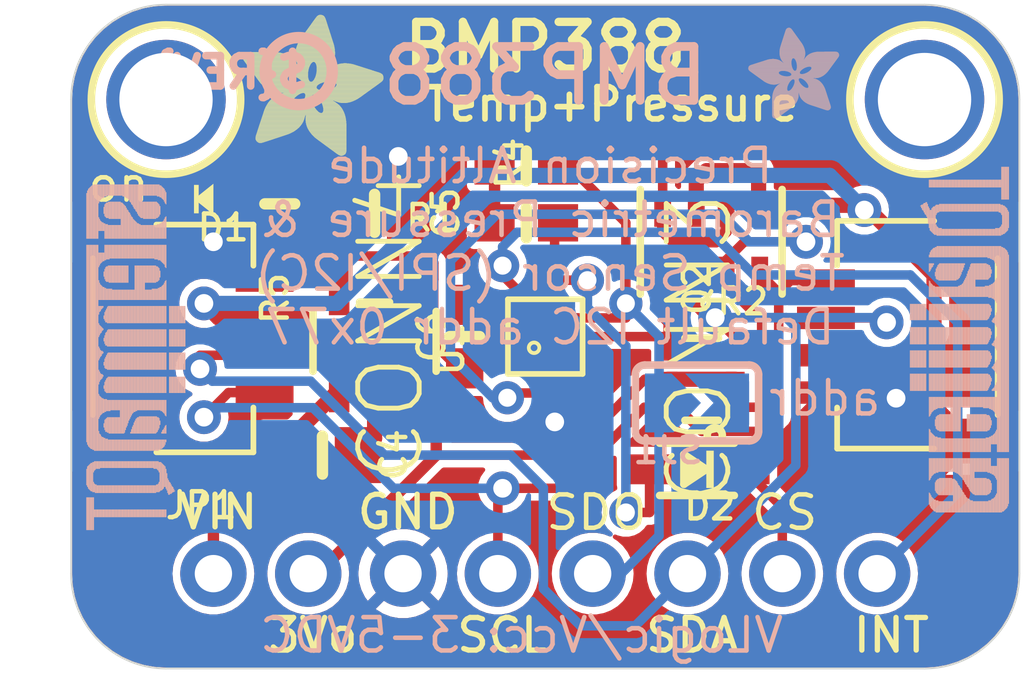
<source format=kicad_pcb>
(kicad_pcb (version 20221018) (generator pcbnew)
  (layers (0 "F.Cu" signal) (31 "B.Cu" signal) (34 "B.Paste" user) (35 "F.Paste" user) (36 "B.SilkS" user "B.Silkscreen") (37 "F.SilkS" user "F.Silkscreen") (38 "B.Mask" user) (39 "F.Mask" user) (44 "Edge.Cuts" user))
  (net 0 "")
  (net 1 "GND")
  (net 2 "SDI_3V")
  (net 3 "SCK_3V")
  (net 4 "CS_3V")
  (net 5 "3.3V")
  (net 6 "SDO/ADR")
  (net 7 "SDI/SDA")
  (net 8 "SCK/SCL")
  (net 9 "CS")
  (net 10 "INT")
  (net 11 "VCC")
  (net 12 "N$1")
  (footprint "working:0603-NO" (layer "F.Cu") (at 147.9931 101.9556 180)
    (fp_text reference "R1" (at 1.778 0.127) (layer "F.SilkS") (effects (font (size 0.692831 0.692831) (thickness 0.119969)) (justify right)))
    (fp_text value "10K")
    (pad "1" smd rect (at -0.85 0 180) (size 1.075 1) (layers "F.Cu" "F.Paste" "F.Mask") (net 4 "CS_3V"))
    (pad "2" smd rect (at 0.85 0 180) (size 1.075 1) (layers "F.Cu" "F.Paste" "F.Mask") (net 5 "3.3V"))
  )
  (footprint "working:0805-NO" (layer "F.Cu") (at 142.5321 108.1786)
    (fp_text reference "C4" (at 1.905 -0.762 90) (layer "F.SilkS") (effects (font (size 0.692831 0.692831) (thickness 0.119969)) (justify right)))
    (fp_text value "10uF")
    (pad "1" smd rect (at -0.95 0) (size 1.24 1.5) (layers "F.Cu" "F.Paste" "F.Mask") (net 11 "VCC"))
    (pad "2" smd rect (at 0.95 0) (size 1.24 1.5) (layers "F.Cu" "F.Paste" "F.Mask") (net 1 "GND"))
  )
  (footprint "working:RESPACK_4X0603" (layer "F.Cu") (at 152.9461 102.4636 180)
    (fp_text reference "R2" (at -1.6 -1.6) (layer "F.SilkS") (effects (font (size 0.692831 0.692831) (thickness 0.119969)) (justify right)))
    (fp_text value "10K")
    (pad "1" smd rect (at -1.3 0.85 180) (size 0.45 0.9) (layers "F.Cu" "F.Paste" "F.Mask") (net 11 "VCC"))
    (pad "2" smd rect (at -0.4 0.85 180) (size 0.45 0.9) (layers "F.Cu" "F.Paste" "F.Mask") (net 5 "3.3V"))
    (pad "3" smd rect (at 0.4 0.85 180) (size 0.45 0.9) (layers "F.Cu" "F.Paste" "F.Mask") (net 11 "VCC"))
    (pad "4" smd rect (at 1.3 0.85 180) (size 0.45 0.9) (layers "F.Cu" "F.Paste" "F.Mask") (net 5 "3.3V"))
    (pad "5" smd rect (at 1.3 -0.85 180) (size 0.45 0.9) (layers "F.Cu" "F.Paste" "F.Mask") (net 2 "SDI_3V"))
    (pad "6" smd rect (at 0.4 -0.85 180) (size 0.45 0.9) (layers "F.Cu" "F.Paste" "F.Mask") (net 7 "SDI/SDA"))
    (pad "7" smd rect (at -0.4 -0.85 180) (size 0.45 0.9) (layers "F.Cu" "F.Paste" "F.Mask") (net 3 "SCK_3V"))
    (pad "8" smd rect (at -1.3 -0.85 180) (size 0.45 0.9) (layers "F.Cu" "F.Paste" "F.Mask") (net 8 "SCK/SCL"))
  )
  (footprint "working:SOT363" (layer "F.Cu") (at 152.6921 106.1466 90)
    (fp_text reference "Q2" (at 1.651 -0.127 90) (layer "F.SilkS") (effects (font (size 0.692831 0.692831) (thickness 0.119969)) (justify left)))
    (fp_text value "BSS138")
    (pad "1" smd rect (at -0.75 0.9 90) (size 0.5 0.5) (layers "F.Cu" "F.Paste" "F.Mask") (net 3 "SCK_3V"))
    (pad "2" smd rect (at 0 0.9 90) (size 0.4 0.5) (layers "F.Cu" "F.Paste" "F.Mask") (net 5 "3.3V"))
    (pad "3" smd rect (at 0.75 0.9 90) (size 0.5 0.5) (layers "F.Cu" "F.Paste" "F.Mask") (net 7 "SDI/SDA"))
    (pad "4" smd rect (at 0.75 -0.9 90) (size 0.5 0.5) (layers "F.Cu" "F.Paste" "F.Mask") (net 2 "SDI_3V"))
    (pad "5" smd rect (at 0 -0.9 90) (size 0.4 0.5) (layers "F.Cu" "F.Paste" "F.Mask") (net 5 "3.3V"))
    (pad "6" smd rect (at -0.75 -0.9 90) (size 0.5 0.5) (layers "F.Cu" "F.Paste" "F.Mask") (net 8 "SCK/SCL"))
  )
  (footprint "working:0603-NO" (layer "F.Cu") (at 141.3891 101.4476 -90)
    (fp_text reference "R5" (at 1.778 0.127 90) (layer "F.SilkS") (effects (font (size 0.692831 0.692831) (thickness 0.119969)) (justify right)))
    (fp_text value "10K")
    (pad "1" smd rect (at -0.85 0 270) (size 1.075 1) (layers "F.Cu" "F.Paste" "F.Mask") (net 5 "3.3V"))
    (pad "2" smd rect (at 0.85 0 270) (size 1.075 1) (layers "F.Cu" "F.Paste" "F.Mask") (net 12 "N$1"))
  )
  (footprint "working:ADAFRUIT_3.5MM" (layer "F.Cu") (at 140.3731 100.1776)
    (fp_text reference "U$46" hide)
    (fp_text value "" hide)
  )
  (footprint "working:0603-NO" (layer "F.Cu") (at 147.9931 100.4316 180)
    (fp_text reference "R4" (at 0.4445 0.8255 90) (layer "F.SilkS") (effects (font (size 0.692831 0.692831) (thickness 0.119969)) (justify right)))
    (fp_text value "10K")
    (pad "1" smd rect (at -0.85 0 180) (size 1.075 1) (layers "F.Cu" "F.Paste" "F.Mask") (net 6 "SDO/ADR"))
    (pad "2" smd rect (at 0.85 0 180) (size 1.075 1) (layers "F.Cu" "F.Paste" "F.Mask") (net 5 "3.3V"))
  )
  (footprint "working:MOUNTINGHOLE_2.5_PLATED" (layer "F.Cu") (at 138.3411 98.6536)
    (fp_text reference "U$40" hide)
    (fp_text value "MOUNTINGHOLE2.5" hide)
    (pad "P$1" thru_hole circle (at 0 0) (size 3.2 3.2) (drill 2.5) (layers "*.Cu" "*.Mask"))
    (zone (net 0) (net_name "") (layer "F.Cu") (connect_pads (clearance 0)) (min_thickness 0.25)
      (keepout (tracks not_allowed) (vias not_allowed) (pads not_allowed) (copperpour not_allowed) (footprints allowed))
      (fill (thermal_gap 0.5) (thermal_bridge_width 0.5))
      (polygon (pts (xy 140.3571 98.6536) (xy 140.33748 98.373027) (xy 140.279004 98.097915) (xy 140.182808 97.833619) (xy 140.050765 97.585283) (xy 139.885446 97.35774) (xy 139.690067 97.15542) (xy 139.468433 96.98226) (xy 139.224856 96.841631) (xy 138.964078 96.73627) (xy 138.691175 96.668228) (xy 138.411457 96.638828) (xy 138.130371 96.648644) (xy 137.853385 96.697484) (xy 137.585893 96.784397) (xy 137.3331 96.907693) (xy 137.099926 97.06497) (xy 136.890911 97.253169) (xy 136.710122 97.468625) (xy 136.561078 97.707145) (xy 136.44668 97.964087) (xy 136.369154 98.23445) (xy 136.330011 98.512971) (xy 136.330011 98.794229) (xy 136.369154 99.07275) (xy 136.44668 99.343113) (xy 136.561078 99.600055) (xy 136.710122 99.838575) (xy 136.890911 100.054031) (xy 137.099926 100.24223) (xy 137.3331 100.399507) (xy 137.585893 100.522803) (xy 137.853385 100.609716) (xy 138.130371 100.658556) (xy 138.411457 100.668372) (xy 138.691175 100.638972) (xy 138.964078 100.57093) (xy 139.224856 100.465569) (xy 139.468433 100.32494) (xy 139.690067 100.15178) (xy 139.885446 99.94946) (xy 140.050765 99.721917) (xy 140.182808 99.473581) (xy 140.279004 99.209285) (xy 140.33748 98.934173)))
      (polygon (pts (xy 138.3251 98.6536) (xy 138.329786 98.664914) (xy 138.3411 98.6696) (xy 138.352414 98.664914) (xy 138.3571 98.6536) (xy 138.352414 98.642286) (xy 138.3411 98.6376) (xy 138.329786 98.642286)))
    )
    (zone (net 0) (net_name "") (layer "B.Cu") (connect_pads (clearance 0)) (min_thickness 0.25)
      (keepout (tracks not_allowed) (vias not_allowed) (pads not_allowed) (copperpour not_allowed) (footprints allowed))
      (fill (thermal_gap 0.5) (thermal_bridge_width 0.5))
      (polygon (pts (xy 140.3571 98.6536) (xy 140.33748 98.373027) (xy 140.279004 98.097915) (xy 140.182808 97.833619) (xy 140.050765 97.585283) (xy 139.885446 97.35774) (xy 139.690067 97.15542) (xy 139.468433 96.98226) (xy 139.224856 96.841631) (xy 138.964078 96.73627) (xy 138.691175 96.668228) (xy 138.411457 96.638828) (xy 138.130371 96.648644) (xy 137.853385 96.697484) (xy 137.585893 96.784397) (xy 137.3331 96.907693) (xy 137.099926 97.06497) (xy 136.890911 97.253169) (xy 136.710122 97.468625) (xy 136.561078 97.707145) (xy 136.44668 97.964087) (xy 136.369154 98.23445) (xy 136.330011 98.512971) (xy 136.330011 98.794229) (xy 136.369154 99.07275) (xy 136.44668 99.343113) (xy 136.561078 99.600055) (xy 136.710122 99.838575) (xy 136.890911 100.054031) (xy 137.099926 100.24223) (xy 137.3331 100.399507) (xy 137.585893 100.522803) (xy 137.853385 100.609716) (xy 138.130371 100.658556) (xy 138.411457 100.668372) (xy 138.691175 100.638972) (xy 138.964078 100.57093) (xy 139.224856 100.465569) (xy 139.468433 100.32494) (xy 139.690067 100.15178) (xy 139.885446 99.94946) (xy 140.050765 99.721917) (xy 140.182808 99.473581) (xy 140.279004 99.209285) (xy 140.33748 98.934173)))
      (polygon (pts (xy 138.3251 98.6536) (xy 138.329786 98.664914) (xy 138.3411 98.6696) (xy 138.352414 98.664914) (xy 138.3571 98.6536) (xy 138.352414 98.642286) (xy 138.3411 98.6376) (xy 138.329786 98.642286)))
    )
  )
  (footprint "working:FIDUCIAL_1MM" (layer "F.Cu") (at 155.3591 97.3836)
    (fp_text reference "FID4" hide)
    (fp_text value "FIDUCIAL_1MM" hide)
    (pad "1" smd roundrect (at 0 0) (size 1 1) (layers "F.Cu" "F.Mask") (roundrect_rratio 0.5))
  )
  (footprint "working:CHIPLED_0603_NOOUTLINE" (layer "F.Cu") (at 139.3571 101.3206 90)
    (fp_text reference "D1" (at -0.762 1.27) (layer "F.SilkS") (effects (font (size 0.692831 0.692831) (thickness 0.119969)) (justify right)))
    (fp_text value "GREEN")
    (pad "A" smd rect (at 0 0.75 90) (size 0.8 0.8) (layers "F.Cu" "F.Paste" "F.Mask") (net 12 "N$1"))
    (pad "C" smd rect (at 0 -0.75 90) (size 0.8 0.8) (layers "F.Cu" "F.Paste" "F.Mask") (net 1 "GND"))
  )
  (footprint "working:MOUNTINGHOLE_2.5_PLATED" (layer "F.Cu") (at 158.6611 98.6536)
    (fp_text reference "U$41" hide)
    (fp_text value "MOUNTINGHOLE2.5" hide)
    (pad "P$1" thru_hole circle (at 0 0) (size 3.2 3.2) (drill 2.5) (layers "*.Cu" "*.Mask"))
    (zone (net 0) (net_name "") (layer "F.Cu") (connect_pads (clearance 0)) (min_thickness 0.25)
      (keepout (tracks not_allowed) (vias not_allowed) (pads not_allowed) (copperpour not_allowed) (footprints allowed))
      (fill (thermal_gap 0.5) (thermal_bridge_width 0.5))
      (polygon (pts (xy 160.6771 98.6536) (xy 160.65748 98.373027) (xy 160.599004 98.097915) (xy 160.502808 97.833619) (xy 160.370765 97.585283) (xy 160.205446 97.35774) (xy 160.010067 97.15542) (xy 159.788433 96.98226) (xy 159.544856 96.841631) (xy 159.284078 96.73627) (xy 159.011175 96.668228) (xy 158.731457 96.638828) (xy 158.450371 96.648644) (xy 158.173385 96.697484) (xy 157.905893 96.784397) (xy 157.6531 96.907693) (xy 157.419926 97.06497) (xy 157.210911 97.253169) (xy 157.030122 97.468625) (xy 156.881078 97.707145) (xy 156.76668 97.964087) (xy 156.689154 98.23445) (xy 156.650011 98.512971) (xy 156.650011 98.794229) (xy 156.689154 99.07275) (xy 156.76668 99.343113) (xy 156.881078 99.600055) (xy 157.030122 99.838575) (xy 157.210911 100.054031) (xy 157.419926 100.24223) (xy 157.6531 100.399507) (xy 157.905893 100.522803) (xy 158.173385 100.609716) (xy 158.450371 100.658556) (xy 158.731457 100.668372) (xy 159.011175 100.638972) (xy 159.284078 100.57093) (xy 159.544856 100.465569) (xy 159.788433 100.32494) (xy 160.010067 100.15178) (xy 160.205446 99.94946) (xy 160.370765 99.721917) (xy 160.502808 99.473581) (xy 160.599004 99.209285) (xy 160.65748 98.934173)))
      (polygon (pts (xy 158.6451 98.6536) (xy 158.649786 98.664914) (xy 158.6611 98.6696) (xy 158.672414 98.664914) (xy 158.6771 98.6536) (xy 158.672414 98.642286) (xy 158.6611 98.6376) (xy 158.649786 98.642286)))
    )
    (zone (net 0) (net_name "") (layer "B.Cu") (connect_pads (clearance 0)) (min_thickness 0.25)
      (keepout (tracks not_allowed) (vias not_allowed) (pads not_allowed) (copperpour not_allowed) (footprints allowed))
      (fill (thermal_gap 0.5) (thermal_bridge_width 0.5))
      (polygon (pts (xy 160.6771 98.6536) (xy 160.65748 98.373027) (xy 160.599004 98.097915) (xy 160.502808 97.833619) (xy 160.370765 97.585283) (xy 160.205446 97.35774) (xy 160.010067 97.15542) (xy 159.788433 96.98226) (xy 159.544856 96.841631) (xy 159.284078 96.73627) (xy 159.011175 96.668228) (xy 158.731457 96.638828) (xy 158.450371 96.648644) (xy 158.173385 96.697484) (xy 157.905893 96.784397) (xy 157.6531 96.907693) (xy 157.419926 97.06497) (xy 157.210911 97.253169) (xy 157.030122 97.468625) (xy 156.881078 97.707145) (xy 156.76668 97.964087) (xy 156.689154 98.23445) (xy 156.650011 98.512971) (xy 156.650011 98.794229) (xy 156.689154 99.07275) (xy 156.76668 99.343113) (xy 156.881078 99.600055) (xy 157.030122 99.838575) (xy 157.210911 100.054031) (xy 157.419926 100.24223) (xy 157.6531 100.399507) (xy 157.905893 100.522803) (xy 158.173385 100.609716) (xy 158.450371 100.658556) (xy 158.731457 100.668372) (xy 159.011175 100.638972) (xy 159.284078 100.57093) (xy 159.544856 100.465569) (xy 159.788433 100.32494) (xy 160.010067 100.15178) (xy 160.205446 99.94946) (xy 160.370765 99.721917) (xy 160.502808 99.473581) (xy 160.599004 99.209285) (xy 160.65748 98.934173)))
      (polygon (pts (xy 158.6451 98.6536) (xy 158.649786 98.664914) (xy 158.6611 98.6696) (xy 158.672414 98.664914) (xy 158.6771 98.6536) (xy 158.672414 98.642286) (xy 158.6611 98.6376) (xy 158.649786 98.642286)))
    )
  )
  (footprint "working:1X08_ROUND_70" (layer "F.Cu") (at 148.5011 111.3536)
    (fp_text reference "JP1" (at -10.2362 -1.8288) (layer "F.SilkS") (effects (font (size 0.692831 0.692831) (thickness 0.119969)) (justify left)))
    (fp_text value "")
    (pad "1" thru_hole circle (at -8.89 0 90) (size 1.778 1.778) (drill 1) (layers "*.Cu" "*.Mask") (net 11 "VCC"))
    (pad "2" thru_hole circle (at -6.35 0 90) (size 1.778 1.778) (drill 1) (layers "*.Cu" "*.Mask") (net 5 "3.3V"))
    (pad "3" thru_hole circle (at -3.81 0 90) (size 1.778 1.778) (drill 1) (layers "*.Cu" "*.Mask") (net 1 "GND"))
    (pad "4" thru_hole circle (at -1.27 0 90) (size 1.778 1.778) (drill 1) (layers "*.Cu" "*.Mask") (net 8 "SCK/SCL"))
    (pad "5" thru_hole circle (at 1.27 0 90) (size 1.778 1.778) (drill 1) (layers "*.Cu" "*.Mask") (net 6 "SDO/ADR"))
    (pad "6" thru_hole circle (at 3.81 0 90) (size 1.778 1.778) (drill 1) (layers "*.Cu" "*.Mask") (net 7 "SDI/SDA"))
    (pad "7" thru_hole circle (at 6.35 0 90) (size 1.778 1.778) (drill 1) (layers "*.Cu" "*.Mask") (net 9 "CS"))
    (pad "8" thru_hole circle (at 8.89 0 90) (size 1.778 1.778) (drill 1) (layers "*.Cu" "*.Mask") (net 10 "INT"))
  )
  (footprint "working:BMP388" (layer "F.Cu") (at 148.5011 105.0036 180)
    (fp_text reference "IC1" hide)
    (fp_text value "BMP388" hide)
    (pad "1" smd rect (at 0.25 -0.75) (size 0.25 0.275) (layers "F.Cu" "F.Paste" "F.Mask") (net 5 "3.3V"))
    (pad "2" smd rect (at -0.25 -0.75) (size 0.25 0.275) (layers "F.Cu" "F.Paste" "F.Mask") (net 3 "SCK_3V"))
    (pad "3" smd rect (at -0.7625 -0.5 270) (size 0.25 0.275) (layers "F.Cu" "F.Paste" "F.Mask") (net 1 "GND"))
    (pad "4" smd rect (at -0.7625 0 270) (size 0.25 0.275) (layers "F.Cu" "F.Paste" "F.Mask") (net 2 "SDI_3V"))
    (pad "5" smd rect (at -0.7625 0.5 270) (size 0.25 0.275) (layers "F.Cu" "F.Paste" "F.Mask") (net 6 "SDO/ADR"))
    (pad "6" smd rect (at -0.25 0.75) (size 0.25 0.275) (layers "F.Cu" "F.Paste" "F.Mask") (net 4 "CS_3V"))
    (pad "7" smd rect (at 0.25 0.75) (size 0.25 0.275) (layers "F.Cu" "F.Paste" "F.Mask") (net 10 "INT"))
    (pad "8" smd rect (at 0.7625 0.5 270) (size 0.25 0.275) (layers "F.Cu" "F.Paste" "F.Mask") (net 1 "GND"))
    (pad "9" smd rect (at 0.7625 0 270) (size 0.25 0.275) (layers "F.Cu" "F.Paste" "F.Mask") (net 1 "GND"))
    (pad "10" smd rect (at 0.7625 -0.5 270) (size 0.25 0.275) (layers "F.Cu" "F.Paste" "F.Mask") (net 5 "3.3V"))
  )
  (footprint "working:0805-NO" (layer "F.Cu") (at 143.9291 101.7016)
    (fp_text reference "C5" (at 1.905 -0.762 90) (layer "F.SilkS") (effects (font (size 0.692831 0.692831) (thickness 0.119969)) (justify right)))
    (fp_text value "10uF")
    (pad "1" smd rect (at -0.95 0) (size 1.24 1.5) (layers "F.Cu" "F.Paste" "F.Mask") (net 5 "3.3V"))
    (pad "2" smd rect (at 0.95 0) (size 1.24 1.5) (layers "F.Cu" "F.Paste" "F.Mask") (net 1 "GND"))
  )
  (footprint "working:0603-NO" (layer "F.Cu") (at 146.3421 105.0036 90)
    (fp_text reference "C6" (at -0.762 -0.889 90) (layer "F.SilkS") (effects (font (size 0.692831 0.692831) (thickness 0.119969)) (justify left)))
    (fp_text value "0.1uF")
    (pad "1" smd rect (at -0.85 0 90) (size 1.075 1) (layers "F.Cu" "F.Paste" "F.Mask") (net 5 "3.3V"))
    (pad "2" smd rect (at 0.85 0 90) (size 1.075 1) (layers "F.Cu" "F.Paste" "F.Mask") (net 1 "GND"))
  )
  (footprint "working:FIDUCIAL_1MM" (layer "F.Cu") (at 137.0711 109.8296)
    (fp_text reference "FID3" hide)
    (fp_text value "FIDUCIAL_1MM" hide)
    (pad "1" smd roundrect (at 0 0) (size 1 1) (layers "F.Cu" "F.Mask") (roundrect_rratio 0.5))
  )
  (footprint "working:JST_SH4" (layer "F.Cu") (at 158.5341 105.0036 90)
    (fp_text reference "CONN3" (at -4.6 -5.9 90) (layer "F.SilkS") (effects (font (size 1.647139 1.647139) (thickness 0.130861)) (justify left)))
    (fp_text value "STEMMA_I2C_QT" hide)
    (pad "1" smd rect (at -1.5 -2.514 180) (size 1.55 0.6) (layers "F.Cu" "F.Paste" "F.Mask") (net 1 "GND"))
    (pad "2" smd rect (at -0.5 -2.514 180) (size 1.55 0.6) (layers "F.Cu" "F.Paste" "F.Mask") (net 11 "VCC"))
    (pad "3" smd rect (at 0.5 -2.514 180) (size 1.55 0.6) (layers "F.Cu" "F.Paste" "F.Mask") (net 7 "SDI/SDA"))
    (pad "4" smd rect (at 1.5 -2.514 180) (size 1.55 0.6) (layers "F.Cu" "F.Paste" "F.Mask") (net 8 "SCK/SCL"))
    (pad "MT1" smd rect (at -2.8 1.386 180) (size 1.8 1.2) (layers "F.Cu" "F.Paste" "F.Mask") (net 1 "GND"))
    (pad "MT2" smd rect (at 2.8 1.386 180) (size 1.8 1.2) (layers "F.Cu" "F.Paste" "F.Mask") (net 1 "GND"))
  )
  (footprint "working:JST_SH4" (layer "F.Cu") (at 138.4681 105.0036 -90)
    (fp_text reference "CONN4" (at -4.6 -5.9 90) (layer "F.SilkS") (effects (font (size 1.647139 1.647139) (thickness 0.130861)) (justify right)))
    (fp_text value "STEMMA_I2C_QT" hide)
    (pad "1" smd rect (at -1.5 -2.514) (size 1.55 0.6) (layers "F.Cu" "F.Paste" "F.Mask") (net 1 "GND"))
    (pad "2" smd rect (at -0.5 -2.514) (size 1.55 0.6) (layers "F.Cu" "F.Paste" "F.Mask") (net 11 "VCC"))
    (pad "3" smd rect (at 0.5 -2.514) (size 1.55 0.6) (layers "F.Cu" "F.Paste" "F.Mask") (net 7 "SDI/SDA"))
    (pad "4" smd rect (at 1.5 -2.514) (size 1.55 0.6) (layers "F.Cu" "F.Paste" "F.Mask") (net 8 "SCK/SCL"))
    (pad "MT1" smd rect (at -2.8 1.386) (size 1.8 1.2) (layers "F.Cu" "F.Paste" "F.Mask") (net 1 "GND"))
    (pad "MT2" smd rect (at 2.8 1.386) (size 1.8 1.2) (layers "F.Cu" "F.Paste" "F.Mask") (net 1 "GND"))
  )
  (footprint "working:SOT23-5" (layer "F.Cu") (at 143.9291 105.1306)
    (fp_text reference "U1" (at 2.032 -0.562 90) (layer "F.SilkS") (effects (font (size 0.692831 0.692831) (thickness 0.119969)) (justify right)))
    (fp_text value "AP2112K-3.3")
    (pad "1" smd rect (at -0.95 1.3001) (size 0.55 1.2) (layers "F.Cu" "F.Paste" "F.Mask") (net 11 "VCC"))
    (pad "2" smd rect (at 0 1.3001) (size 0.55 1.2) (layers "F.Cu" "F.Paste" "F.Mask") (net 1 "GND"))
    (pad "3" smd rect (at 0.95 1.3001) (size 0.55 1.2) (layers "F.Cu" "F.Paste" "F.Mask") (net 11 "VCC"))
    (pad "4" smd rect (at 0.95 -1.3001) (size 0.55 1.2) (layers "F.Cu" "F.Paste" "F.Mask"))
    (pad "5" smd rect (at -0.95 -1.3001) (size 0.55 1.2) (layers "F.Cu" "F.Paste" "F.Mask") (net 5 "3.3V"))
  )
  (footprint "working:SOD-323" (layer "F.Cu") (at 152.5651 108.5596 180)
    (fp_text reference "D2" (at -1.1 -1) (layer "F.SilkS") (effects (font (size 0.692831 0.692831) (thickness 0.119969)) (justify right)))
    (fp_text value "1N4148")
    (pad "A" smd rect (at 1.27 0 180) (size 1.35 0.8) (layers "F.Cu" "F.Paste" "F.Mask") (net 4 "CS_3V"))
    (pad "C" smd rect (at -1.27 0 180) (size 1.35 0.8) (layers "F.Cu" "F.Paste" "F.Mask") (net 9 "CS"))
  )
  (footprint "working:ADAFRUIT_2.5MM" (layer "B.Cu") (at 156.3751 99.1616 180)
    (fp_text reference "U$2" hide)
    (fp_text value "" hide)
  )
  (footprint "working:STEMMAQT" (layer "B.Cu") (at 158.2801 109.7026 90)
    (fp_text reference "U$48" hide)
    (fp_text value "" hide)
  )
  (footprint "working:PCBFEAT-REV-040" (layer "B.Cu") (at 141.8971 97.8916 180)
    (fp_text reference "U$47" hide)
    (fp_text value "" hide)
    (fp_text user "${REV}" (at -0.3556 -0.508) (layer "B.SilkS") (effects (font (size 0.8128 0.8128) (thickness 0.2032)) (justify left bottom mirror)))
  )
  (footprint "working:SOLDERJUMPER_ARROW_NOPASTE" (layer "B.Cu") (at 152.5651 106.7816)
    (fp_text reference "SJ1" (at -1.778 1.27) (layer "B.SilkS") (effects (font (size 0.692831 0.692831) (thickness 0.119969)) (justify right mirror)))
    (fp_text value "")
    (fp_poly (pts (xy 0.106121 -0.002663) (xy -0.679416 -0.7882) (xy -1.3946 -0.7882) (xy -1.3946 0.7882) (xy -0.62715 0.7882)) (fill solid) (layer "B.Cu"))
    (fp_poly (pts (xy 1.3946 -0.7882) (xy -0.315893 -0.7882) (xy 0.443148 0) (xy -0.315893 0.7882) (xy 1.3946 0.7882)) (fill solid) (layer "B.Cu"))
    (pad "1" smd roundrect (at -1.016 0) (size 0.762 1.524) (layers "B.Cu") (net 6 "SDO/ADR"))
    (pad "2" smd roundrect (at 1.016 0) (size 0.762 1.524) (layers "B.Cu") (net 1 "GND"))
  )
  (footprint "working:STEMMAQT" (layer "B.Cu") (at 138.8491 100.9396 -90)
    (fp_text reference "U$49" hide)
    (fp_text value "" hide)
  )
  (gr_arc (start 161.2011 111.3536) (mid 160.457151 113.149651) (end 158.6611 113.8936) (stroke (width 0.05)) (layer "Edge.Cuts"))
  (gr_arc (start 135.8011 98.6536) (mid 136.545049 96.857549) (end 138.3411 96.1136) (stroke (width 0.05)) (layer "Edge.Cuts"))
  (gr_line (start 158.6611 96.1136) (end 138.3411 96.1136) (stroke (width 0.05)) (layer "Edge.Cuts"))
  (gr_arc (start 138.3411 113.8936) (mid 136.545049 113.149651) (end 135.8011 111.3536) (stroke (width 0.05)) (layer "Edge.Cuts"))
  (gr_line (start 161.2011 111.3536) (end 161.2011 98.6536) (stroke (width 0.05)) (layer "Edge.Cuts"))
  (gr_arc (start 158.6611 96.1136) (mid 160.457151 96.857549) (end 161.2011 98.6536) (stroke (width 0.05)) (layer "Edge.Cuts"))
  (gr_line (start 135.8011 98.6536) (end 135.8011 111.3536) (stroke (width 0.05)) (layer "Edge.Cuts"))
  (gr_line (start 138.3411 113.8936) (end 158.6611 113.8936) (stroke (width 0.05)) (layer "Edge.Cuts"))
  (gr_text "BMP388" (at 148.5011 98.0186) (layer "B.SilkS") (effects (font (size 1.441704 1.441704) (thickness 0.234696)) (justify mirror)))
  (gr_text "addr" (at 155.9941 106.6546) (layer "B.SilkS") (effects (font (size 0.89408 0.89408) (thickness 0.12192)) (justify mirror)))
  (gr_text "VLogic/Vcc: 3-5VDC" (at 147.8661 113.0046) (layer "B.SilkS") (effects (font (size 0.89408 0.89408) (thickness 0.12192)) (justify mirror)))
  (gr_text "Precision Altitude\nBarometric Pressure &\nTemp Sensor (SPI/I2C)\nDefault I2C addr 0x77" (at 148.6281 102.5906) (layer "B.SilkS") (effects (font (size 0.89408 0.89408) (thickness 0.12192)) (justify mirror)))
  (gr_text "SCL" (at 147.3581 113.0046) (layer "F.SilkS") (effects (font (size 0.87376 0.87376) (thickness 0.14224))))
  (gr_text "3Vo" (at 142.2781 113.0046) (layer "F.SilkS") (effects (font (size 0.87376 0.87376) (thickness 0.14224))))
  (gr_text "INT" (at 157.7721 113.0046) (layer "F.SilkS") (effects (font (size 0.87376 0.87376) (thickness 0.14224))))
  (gr_text "Temp+Pressure" (at 150.2791 98.7806) (layer "F.SilkS") (effects (font (size 0.8636 0.8636) (thickness 0.1524))))
  (gr_text "SDO" (at 151.2951 109.1946) (layer "F.SilkS") (effects (font (size 0.89408 0.89408) (thickness 0.12192)) (justify right top)))
  (gr_text "CS" (at 155.8671 109.1946) (layer "F.SilkS") (effects (font (size 0.89408 0.89408) (thickness 0.12192)) (justify right top)))
  (gr_text "VIN" (at 139.7381 109.7026) (layer "F.SilkS") (effects (font (size 0.87376 0.87376) (thickness 0.14224))))
  (gr_text "on" (at 136.1821 101.4476) (layer "F.SilkS") (effects (font (size 0.89408 0.89408) (thickness 0.12192)) (justify left bottom)))
  (gr_text "GND" (at 144.8181 109.7026) (layer "F.SilkS") (effects (font (size 0.87376 0.87376) (thickness 0.14224))))
  (gr_text "BMP388" (at 148.5011 97.2566) (layer "F.SilkS") (effects (font (size 1.25222 1.25222) (thickness 0.22098))))
  (gr_text "SDA" (at 152.4381 113.0046) (layer "F.SilkS") (effects (font (size 0.87376 0.87376) (thickness 0.14224))))
  (segment (start 143.4821 108.1786) (end 143.9291 107.7316) (width 0.4064) (layer "F.Cu") (net 1))
  (segment (start 147.7386 104.5036) (end 146.6921 104.5036) (width 0.254) (layer "F.Cu") (net 1))
  (segment (start 146.6921 104.5036) (end 146.3421 104.1536) (width 0.254) (layer "F.Cu") (net 1))
  (segment (start 140.6511 103.5036) (end 139.6111 102.4636) (width 0.4064) (layer "F.Cu") (net 1))
  (segment (start 140.9821 103.5036) (end 140.6511 103.5036) (width 0.4064) (layer "F.Cu") (net 1))
  (segment (start 143.9291 106.4307) (end 143.9291 107.7316) (width 0.4064) (layer "F.Cu") (net 1))
  (segment (start 147.7386 104.5036) (end 147.7386 105.0036) (width 0.254) (layer "F.Cu") (net 1))
  (via (at 148.7551 107.2896) (size 0.9064) (drill 0.5) (layers "F.Cu" "B.Cu") (net 1))
  (via (at 139.6111 102.4636) (size 0.9064) (drill 0.5) (layers "F.Cu" "B.Cu") (net 1))
  (via (at 144.5641 100.1776) (size 0.9064) (drill 0.5) (layers "F.Cu" "B.Cu") (net 1))
  (via (at 157.8991 106.6546) (size 0.9064) (drill 0.5) (layers "F.Cu" "B.Cu") (net 1))
  (segment (start 149.2636 105.0036) (end 151.7921 105.0036) (width 0.254) (layer "F.Cu") (net 2))
  (segment (start 151.7921 104.6346) (end 151.6461 104.4886) (width 0.254) (layer "F.Cu") (net 2))
  (segment (start 151.6461 104.4886) (end 151.6461 103.3136) (width 0.254) (layer "F.Cu") (net 2))
  (segment (start 151.7921 105.3966) (end 151.7921 105.0036) (width 0.254) (layer "F.Cu") (net 2))
  (segment (start 151.7921 105.0036) (end 151.7921 104.6346) (width 0.254) (layer "F.Cu") (net 2))
  (segment (start 153.5921 106.8966) (end 154.1819 106.8966) (width 0.254) (layer "F.Cu") (net 3))
  (segment (start 148.7511 106.0076) (end 148.2438 106.5149) (width 0.254) (layer "F.Cu") (net 3))
  (segment (start 153.3461 103.6256) (end 154.2969 104.5764) (width 0.254) (layer "F.Cu") (net 3))
  (segment (start 153.3461 102.9526) (end 153.8351 102.4636) (width 0.254) (layer "F.Cu") (net 3))
  (segment (start 153.3461 103.3136) (end 153.3461 102.9526) (width 0.254) (layer "F.Cu") (net 3))
  (segment (start 147.6121 106.5149) (end 147.4851 106.6419) (width 0.254) (layer "F.Cu") (net 3))
  (segment (start 153.8351 102.4636) (end 155.4861 102.4636) (width 0.254) (layer "F.Cu") (net 3))
  (segment (start 148.2438 106.5149) (end 147.6121 106.5149) (width 0.254) (layer "F.Cu") (net 3))
  (segment (start 154.2969 104.5764) (end 154.2969 106.7816) (width 0.254) (layer "F.Cu") (net 3))
  (segment (start 148.7511 105.7536) (end 148.7511 106.0076) (width 0.254) (layer "F.Cu") (net 3))
  (segment (start 153.3461 103.3136) (end 153.3461 103.6256) (width 0.254) (layer "F.Cu") (net 3))
  (segment (start 154.2969 106.7816) (end 154.1819 106.8966) (width 0.254) (layer "F.Cu") (net 3))
  (via (at 155.4861 102.4636) (size 0.9064) (drill 0.5) (layers "F.Cu" "B.Cu") (net 3))
  (via (at 147.4851 106.6419) (size 0.889) (drill 0.4826) (layers "F.Cu" "B.Cu") (net 3))
  (segment (start 147.2057 101.727) (end 153.2255 101.727) (width 0.254) (layer "B.Cu") (net 3))
  (segment (start 147.0914 106.6419) (end 145.9611 105.5116) (width 0.254) (layer "B.Cu") (net 3))
  (segment (start 147.4851 106.6419) (end 147.0914 106.6419) (width 0.254) (layer "B.Cu") (net 3))
  (segment (start 153.9621 102.4636) (end 153.2255 101.727) (width 0.254) (layer "B.Cu") (net 3))
  (segment (start 145.9611 102.9716) (end 147.2057 101.727) (width 0.254) (layer "B.Cu") (net 3))
  (segment (start 145.9611 105.5116) (end 145.9611 102.9716) (width 0.254) (layer "B.Cu") (net 3))
  (segment (start 153.9621 102.4636) (end 155.4861 102.4636) (width 0.254) (layer "B.Cu") (net 3))
  (segment (start 148.7511 103.4836) (end 148.7424 103.4923) (width 0.254) (layer "F.Cu") (net 4))
  (segment (start 151.2951 108.5596) (end 151.2951 109.7153) (width 0.254) (layer "F.Cu") (net 4))
  (segment (start 148.7511 104.2536) (end 148.7511 103.501) (width 0.254) (layer "F.Cu") (net 4))
  (segment (start 150.6601 109.7153) (end 151.2951 109.7153) (width 0.254) (layer "F.Cu") (net 4))
  (segment (start 148.8431 101.9556) (end 148.7511 102.0476) (width 0.254) (layer "F.Cu") (net 4))
  (segment (start 148.7511 103.501) (end 148.7424 103.4923) (width 0.254) (layer "F.Cu") (net 4))
  (segment (start 148.7511 102.0476) (end 148.7511 103.4836) (width 0.254) (layer "F.Cu") (net 4))
  (segment (start 148.7424 103.4923) (end 149.6314 103.4923) (width 0.254) (layer "F.Cu") (net 4))
  (via (at 150.6601 109.7153) (size 0.889) (drill 0.4826) (layers "F.Cu" "B.Cu") (net 4))
  (via (at 149.6314 103.4923) (size 0.889) (drill 0.4826) (layers "F.Cu" "B.Cu") (net 4))
  (segment (start 149.6314 103.4923) (end 149.6314 104.2289) (width 0.254) (layer "B.Cu") (net 4))
  (segment (start 150.6601 105.2576) (end 150.6601 109.7153) (width 0.254) (layer "B.Cu") (net 4))
  (segment (start 149.6314 104.2289) (end 150.6601 105.2576) (width 0.254) (layer "B.Cu") (net 4))
  (segment (start 151.9301 102.4636) (end 151.6461 102.1796) (width 0.3048) (layer "F.Cu") (net 5))
  (segment (start 145.5801 106.4006) (end 145.5801 108.1786) (width 0.3048) (layer "F.Cu") (net 5))
  (segment (start 142.9791 102.8446) (end 142.9791 103.8305) (width 0.3048) (layer "F.Cu") (net 5))
  (segment (start 147.8621 105.7536) (end 147.6121 105.5036) (width 0.254) (layer "F.Cu") (net 5))
  (segment (start 146.1271 105.8536) (end 145.5801 106.4006) (width 0.3048) (layer "F.Cu") (net 5))
  (segment (start 151.7921 106.1466) (end 153.5921 106.1466) (width 0.4064) (layer "F.Cu") (net 5))
  (segment (start 153.3461 101.6136) (end 153.3461 102.1906) (width 0.3048) (layer "F.Cu") (net 5))
  (segment (start 151.6461 101.6136) (end 151.6461 100.0206) (width 0.254) (layer "F.Cu") (net 5))
  (segment (start 146.3421 105.8536) (end 146.1761 105.8536) (width 0.254) (layer "F.Cu") (net 5))
  (segment (start 145.5119 105.1894) (end 145.5119 103.479325) (width 0.254) (layer "F.Cu") (net 5))
  (segment (start 149.1361 108.1786) (end 145.5801 108.1786) (width 0.254) (layer "F.Cu") (net 5))
  (segment (start 147.7386 105.5036) (end 147.6121 105.5036) (width 0.254) (layer "F.Cu") (net 5))
  (segment (start 144.4371 98.9076) (end 147.1431 98.9076) (width 0.3048) (layer "F.Cu") (net 5))
  (segment (start 142.9791 102.8446) (end 145.3261 102.8446) (width 0.254) (layer "F.Cu") (net 5))
  (segment (start 145.5801 108.1786) (end 142.4051 111.3536) (width 0.3048) (layer "F.Cu") (net 5))
  (segment (start 148.2511 105.7536) (end 147.8621 105.7536) (width 0.254) (layer "F.Cu") (net 5))
  (segment (start 151.6461 100.0206) (end 150.5331 98.9076) (width 0.254) (layer "F.Cu") (net 5))
  (segment (start 142.9791 100.3656) (end 144.4371 98.9076) (width 0.3048) (layer "F.Cu") (net 5))
  (segment (start 146.6921 105.5036) (end 146.3421 105.8536) (width 0.254) (layer "F.Cu") (net 5))
  (segment (start 142.9791 101.7016) (end 142.9791 102.8446) (width 0.3048) (layer "F.Cu") (net 5))
  (segment (start 145.5166 103.0351) (end 145.3261 102.8446) (width 0.254) (layer "F.Cu") (net 5))
  (segment (start 153.0731 102.4636) (end 151.9301 102.4636) (width 0.3048) (layer "F.Cu") (net 5))
  (segment (start 142.4931 101.7016) (end 142.9791 101.7016) (width 0.3048) (layer "F.Cu") (net 5))
  (segment (start 147.1431 98.9076) (end 147.1431 100.4316) (width 0.3048) (layer "F.Cu") (net 5))
  (segment (start 147.1431 100.4316) (end 147.1431 101.9556) (width 0.3048) (layer "F.Cu") (net 5))
  (segment (start 151.6461 102.1796) (end 151.6461 101.6136) (width 0.3048) (layer "F.Cu") (net 5))
  (segment (start 151.1681 106.1466) (end 149.1361 108.1786) (width 0.254) (layer "F.Cu") (net 5))
  (segment (start 153.3461 102.1906) (end 153.0731 102.4636) (width 0.3048) (layer "F.Cu") (net 5))
  (segment (start 147.6121 105.5036) (end 146.6921 105.5036) (width 0.254) (layer "F.Cu") (net 5))
  (segment (start 146.1761 105.8536) (end 145.5119 105.1894) (width 0.254) (layer "F.Cu") (net 5))
  (segment (start 141.3891 100.5976) (end 142.4931 101.7016) (width 0.3048) (layer "F.Cu") (net 5))
  (segment (start 150.5331 98.9076) (end 147.1431 98.9076) (width 0.254) (layer "F.Cu") (net 5))
  (segment (start 151.7921 106.1466) (end 151.1681 106.1466) (width 0.254) (layer "F.Cu") (net 5))
  (segment (start 142.9791 101.7016) (end 142.9791 100.3656) (width 0.3048) (layer "F.Cu") (net 5))
  (segment (start 145.5119 103.479325) (end 145.5166 103.474625) (width 0.254) (layer "F.Cu") (net 5))
  (segment (start 145.5166 103.474625) (end 145.5166 103.0351) (width 0.254) (layer "F.Cu") (net 5))
  (segment (start 142.1511 111.3536) (end 142.4051 111.3536) (width 0.3048) (layer "F.Cu") (net 5))
  (segment (start 146.3421 105.8536) (end 146.1271 105.8536) (width 0.3048) (layer "F.Cu") (net 5))
  (segment (start 150.6601 101.9556) (end 149.1361 100.4316) (width 0.254) (layer "F.Cu") (net 6))
  (segment (start 149.1361 100.4316) (end 148.8431 100.4316) (width 0.254) (layer "F.Cu") (net 6))
  (segment (start 150.6601 104.1146) (end 150.6601 101.9556) (width 0.254) (layer "F.Cu") (net 6))
  (segment (start 149.2636 104.5036) (end 150.6601 104.5036) (width 0.254) (layer "F.Cu") (net 6))
  (segment (start 150.6601 104.5036) (end 150.6601 104.1146) (width 0.254) (layer "F.Cu") (net 6))
  (via (at 150.6601 104.1146) (size 0.889) (drill 0.4826) (layers "F.Cu" "B.Cu") (net 6))
  (segment (start 150.6601 104.1146) (end 151.5491 105.0036) (width 0.254) (layer "B.Cu") (net 6))
  (segment (start 151.5491 106.7816) (end 151.5491 107.2896) (width 0.2032) (layer "B.Cu") (net 6))
  (segment (start 151.5491 107.2896) (end 151.5491 110.3376) (width 0.254) (layer "B.Cu") (net 6))
  (segment (start 151.5491 105.0036) (end 151.5491 106.7816) (width 0.254) (layer "B.Cu") (net 6))
  (segment (start 151.5491 110.3376) (end 150.5331 111.3536) (width 0.254) (layer "B.Cu") (net 6))
  (segment (start 150.5331 111.3536) (end 149.7711 111.3536) (width 0.254) (layer "B.Cu") (net 6))
  (segment (start 152.8391 104.4956) (end 153.0541 104.4956) (width 0.254) (layer "F.Cu") (net 7))
  (segment (start 140.9821 105.5036) (end 139.252706 105.5036) (width 0.254) (layer "F.Cu") (net 7))
  (segment (start 156.0201 104.5036) (end 157.5261 104.5036) (width 0.254) (layer "F.Cu") (net 7))
  (segment (start 139.252706 105.5036) (end 139.252706 105.869994) (width 0.254) (layer "F.Cu") (net 7))
  (segment (start 153.5921 105.0336) (end 153.0541 104.4956) (width 0.254) (layer "F.Cu") (net 7))
  (segment (start 153.5921 105.3966) (end 153.5921 105.0336) (width 0.254) (layer "F.Cu") (net 7))
  (segment (start 157.5261 104.5036) (end 157.6451 104.6226) (width 0.254) (layer "F.Cu") (net 7))
  (segment (start 152.5461 104.2026) (end 152.8391 104.4956) (width 0.254) (layer "F.Cu") (net 7))
  (segment (start 152.5461 103.3136) (end 152.5461 104.2026) (width 0.254) (layer "F.Cu") (net 7))
  (via (at 153.0541 104.4956) (size 0.9064) (drill 0.5) (layers "F.Cu" "B.Cu") (net 7))
  (via (at 157.6451 104.6226) (size 0.9064) (drill 0.5) (layers "F.Cu" "B.Cu") (net 7))
  (via (at 139.252706 105.869994) (size 0.9064) (drill 0.5) (layers "F.Cu" "B.Cu") (net 7))
  (segment (start 149.443887 112.7506) (end 150.9141 112.7506) (width 0.254) (layer "B.Cu") (net 7))
  (segment (start 155.2131 104.7496) (end 155.2131 108.4516) (width 0.254) (layer "B.Cu") (net 7))
  (segment (start 157.6451 104.6226) (end 157.5181 104.4956) (width 0.254) (layer "B.Cu") (net 7))
  (segment (start 150.9141 112.7506) (end 152.3111 111.3536) (width 0.254) (layer "B.Cu") (net 7))
  (segment (start 144.194681 108.1786) (end 147.577 108.1786) (width 0.254) (layer "B.Cu") (net 7))
  (segment (start 139.252706 105.869994) (end 139.580112 106.1974) (width 0.254) (layer "B.Cu") (net 7))
  (segment (start 142.213481 106.1974) (end 144.194681 108.1786) (width 0.254) (layer "B.Cu") (net 7))
  (segment (start 148.4503 109.0519) (end 148.4503 111.757013) (width 0.254) (layer "B.Cu") (net 7))
  (segment (start 155.2131 104.7496) (end 154.9591 104.4956) (width 0.254) (layer "B.Cu") (net 7))
  (segment (start 148.4503 111.757013) (end 149.443887 112.7506) (width 0.254) (layer "B.Cu") (net 7))
  (segment (start 155.2131 108.4516) (end 152.3111 111.3536) (width 0.254) (layer "B.Cu") (net 7))
  (segment (start 157.5181 104.4956) (end 153.0541 104.4956) (width 0.254) (layer "B.Cu") (net 7))
  (segment (start 147.577 108.1786) (end 148.4503 109.0519) (width 0.254) (layer "B.Cu") (net 7))
  (segment (start 153.0541 104.4956) (end 154.9591 104.4956) (width 0.254) (layer "B.Cu") (net 7))
  (segment (start 139.580112 106.1974) (end 142.213481 106.1974) (width 0.254) (layer "B.Cu") (net 7))
  (segment (start 155.0721 103.5036) (end 154.7541 103.8216) (width 0.254) (layer "F.Cu") (net 8))
  (segment (start 151.7921 106.8966) (end 151.1571 106.8966) (width 0.254) (layer "F.Cu") (net 8))
  (segment (start 151.1571 106.8966) (end 148.9861 109.0676) (width 0.254) (layer "F.Cu") (net 8))
  (segment (start 140.9821 106.5036) (end 140.0161 106.5036) (width 0.254) (layer "F.Cu") (net 8))
  (segment (start 140.0161 106.5036) (end 139.3571 107.1626) (width 0.254) (layer "F.Cu") (net 8))
  (segment (start 152.6921 107.5436) (end 152.0451 106.8966) (width 0.254) (layer "F.Cu") (net 8))
  (segment (start 154.7541 103.8216) (end 154.7541 107.1326) (width 0.254) (layer "F.Cu") (net 8))
  (segment (start 148.9861 109.0676) (end 147.3581 109.0676) (width 0.254) (layer "F.Cu") (net 8))
  (segment (start 147.3581 109.0676) (end 147.2311 109.1946) (width 0.254) (layer "F.Cu") (net 8))
  (segment (start 147.2311 109.1946) (end 147.2311 111.3536) (width 0.254) (layer "F.Cu") (net 8))
  (segment (start 154.2461 103.3136) (end 154.7541 103.8216) (width 0.254) (layer "F.Cu") (net 8))
  (segment (start 154.3431 107.5436) (end 152.6921 107.5436) (width 0.254) (layer "F.Cu") (net 8))
  (segment (start 151.7921 106.8966) (end 152.0451 106.8966) (width 0.254) (layer "F.Cu") (net 8))
  (segment (start 156.0201 103.5036) (end 155.0721 103.5036) (width 0.254) (layer "F.Cu") (net 8))
  (segment (start 154.7541 107.1326) (end 154.3431 107.5436) (width 0.254) (layer "F.Cu") (net 8))
  (via (at 139.3571 107.1626) (size 0.9064) (drill 0.5) (layers "F.Cu" "B.Cu") (net 8))
  (via (at 147.3581 109.0676) (size 0.9064) (drill 0.5) (layers "F.Cu" "B.Cu") (net 8))
  (segment (start 147.3581 109.0676) (end 144.4371 109.0676) (width 0.254) (layer "B.Cu") (net 8))
  (segment (start 144.4371 109.0676) (end 142.2781 106.9086) (width 0.254) (layer "B.Cu") (net 8))
  (segment (start 139.3571 107.1626) (end 139.6111 106.9086) (width 0.254) (layer "B.Cu") (net 8))
  (segment (start 142.2781 106.9086) (end 139.6111 106.9086) (width 0.254) (layer "B.Cu") (net 8))
  (segment (start 154.8511 109.5756) (end 154.8511 111.3536) (width 0.254) (layer "F.Cu") (net 9))
  (segment (start 153.8351 108.5596) (end 154.8511 109.5756) (width 0.254) (layer "F.Cu") (net 9))
  (segment (start 148.2511 104.2536) (end 147.3581 103.3606) (width 0.254) (layer "F.Cu") (net 10))
  (segment (start 147.3581 103.3606) (end 147.3581 103.1033) (width 0.254) (layer "F.Cu") (net 10))
  (via (at 147.3581 103.1033) (size 0.889) (drill 0.4826) (layers "F.Cu" "B.Cu") (net 10))
  (segment (start 147.3581 102.5953) (end 147.3581 103.1033) (width 0.254) (layer "B.Cu") (net 10))
  (segment (start 154.0891 103.3526) (end 158.2801 103.3526) (width 0.254) (layer "B.Cu") (net 10))
  (segment (start 147.7438 102.2096) (end 152.9461 102.2096) (width 0.254) (layer "B.Cu") (net 10))
  (segment (start 159.5501 109.1946) (end 157.3911 111.3536) (width 0.254) (layer "B.Cu") (net 10))
  (segment (start 158.2801 103.3526) (end 159.5501 104.6226) (width 0.254) (layer "B.Cu") (net 10))
  (segment (start 152.9461 102.2096) (end 154.0891 103.3526) (width 0.254) (layer "B.Cu") (net 10))
  (segment (start 147.7438 102.2096) (end 147.3581 102.5953) (width 0.254) (layer "B.Cu") (net 10))
  (segment (start 159.5501 104.6226) (end 159.5501 109.1946) (width 0.254) (layer "B.Cu") (net 10))
  (segment (start 142.9791 105.4456) (end 142.9791 106.4307) (width 0.4064) (layer "F.Cu") (net 11))
  (segment (start 142.0371 104.5036) (end 142.9791 105.4456) (width 0.4064) (layer "F.Cu") (net 11))
  (segment (start 139.6111 110.1496) (end 139.6111 111.3536) (width 0.3048) (layer "F.Cu") (net 11))
  (segment (start 140.9821 104.5036) (end 139.7461 104.5036) (width 0.4064) (layer "F.Cu") (net 11))
  (segment (start 156.9221 101.4866) (end 154.3731 101.4866) (width 0.4064) (layer "F.Cu") (net 11))
  (segment (start 142.9791 106.4307) (end 141.5821 107.8277) (width 0.4064) (layer "F.Cu") (net 11))
  (segment (start 143.2941 105.1306) (end 142.9791 105.4456) (width 0.4064) (layer "F.Cu") (net 11))
  (segment (start 140.9821 104.5036) (end 142.0371 104.5036) (width 0.4064) (layer "F.Cu") (net 11))
  (segment (start 144.691096 105.1306) (end 143.2941 105.1306) (width 0.4064) (layer "F.Cu") (net 11))
  (segment (start 144.8791 105.3186) (end 144.691096 105.1306) (width 0.4064) (layer "F.Cu") (net 11))
  (segment (start 158.2881 105.5036) (end 158.9151 104.8766) (width 0.4064) (layer "F.Cu") (net 11))
  (segment (start 141.5821 108.1786) (end 139.6111 110.1496) (width 0.3048) (layer "F.Cu") (net 11))
  (segment (start 157.1761 101.6136) (end 157.0491 101.6136) (width 0.4064) (layer "F.Cu") (net 11))
  (segment (start 154.2161 100.5586) (end 154.2161 101.5836) (width 0.4064) (layer "F.Cu") (net 11))
  (segment (start 152.5461 100.8316) (end 152.8191 100.5586) (width 0.4064) (layer "F.Cu") (net 11))
  (segment (start 154.2461 101.6136) (end 154.3731 101.4866) (width 0.4064) (layer "F.Cu") (net 11))
  (segment (start 139.7461 104.5036) (end 139.3571 104.1146) (width 0.4064) (layer "F.Cu") (net 11))
  (segment (start 158.9151 104.8766) (end 158.9151 103.3526) (width 0.4064) (layer "F.Cu") (net 11))
  (segment (start 152.5461 101.6136) (end 152.5461 100.8316) (width 0.4064) (layer "F.Cu") (net 11))
  (segment (start 144.8791 106.4307) (end 144.8791 105.3186) (width 0.4064) (layer "F.Cu") (net 11))
  (segment (start 154.2161 101.5836) (end 154.2461 101.6136) (width 0.4064) (layer "F.Cu") (net 11))
  (segment (start 157.0491 101.6136) (end 156.9221 101.4866) (width 0.4064) (layer "F.Cu") (net 11))
  (segment (start 156.0201 105.5036) (end 158.2881 105.5036) (width 0.4064) (layer "F.Cu") (net 11))
  (segment (start 152.8191 100.5586) (end 154.2161 100.5586) (width 0.4064) (layer "F.Cu") (net 11))
  (segment (start 141.5821 107.8277) (end 141.5821 108.1786) (width 0.4064) (layer "F.Cu") (net 11))
  (segment (start 158.9151 103.3526) (end 157.1761 101.6136) (width 0.4064) (layer "F.Cu") (net 11))
  (via (at 157.0491 101.6136) (size 0.9064) (drill 0.5) (layers "F.Cu" "B.Cu") (net 11))
  (via (at 139.3571 104.1146) (size 0.9064) (drill 0.5) (layers "F.Cu" "B.Cu") (net 11))
  (segment (start 156.1211 100.6856) (end 146.3421 100.6856) (width 0.4064) (layer "B.Cu") (net 11))
  (segment (start 157.0491 101.6136) (end 156.1211 100.6856) (width 0.4064) (layer "B.Cu") (net 11))
  (segment (start 146.3421 100.6856) (end 142.9131 104.1146) (width 0.4064) (layer "B.Cu") (net 11))
  (segment (start 139.3571 104.1146) (end 142.9131 104.1146) (width 0.4064) (layer "B.Cu") (net 11))
  (segment (start 141.0841 102.2976) (end 141.3891 102.2976) (width 0.254) (layer "F.Cu") (net 12))
  (segment (start 140.1071 101.3206) (end 141.0841 102.2976) (width 0.254) (layer "F.Cu") (net 12))
  (zone (net 1) (net_name "GND") (layer "F.Cu") (priority 6) (connect_pads (clearance 0.000001)) (min_thickness 0.127) (fill yes (thermal_gap 0.304) (thermal_bridge_width 0.304))
    (polygon (pts (xy 161.3281 114.0206) (xy 135.6741 114.0206) (xy 135.6741 95.9866) (xy 161.3281 95.9866)))
  )
  (zone (net 1) (net_name "GND") (layer "B.Cu") (priority 6) (connect_pads (clearance 0.000001)) (min_thickness 0.127) (fill yes (thermal_gap 0.304) (thermal_bridge_width 0.304))
    (polygon (pts (xy 161.3281 114.0206) (xy 135.6741 114.0206) (xy 135.6741 95.9866) (xy 161.3281 95.9866)))
  )
)
</source>
